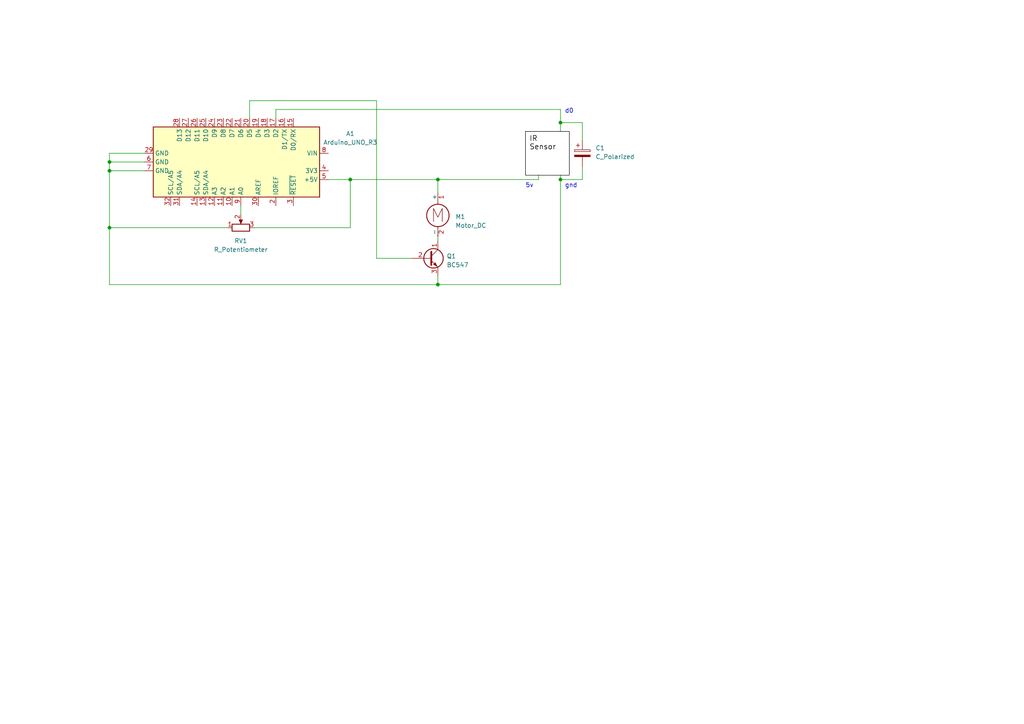
<source format=kicad_sch>
(kicad_sch (version 20230121) (generator eeschema)
  (paper "A4")
  (lib_symbols
    (symbol "Device:C_Polarized" (pin_numbers hide) (pin_names (offset 0.254))
      (property "Reference" "C" (at 0.635 2.54 0))
      (property "Value" "C_Polarized" (at 0.635 -2.54 0))
      (symbol "C_Polarized_0_1"
        (rectangle (start -2.286 0.508) (end 2.286 1.016))
        (polyline (pts (xy -1.778 2.286) (xy -0.762 2.286)))
        (polyline (pts (xy -1.27 2.794) (xy -1.27 1.778)))
        (rectangle (start 2.286 -0.508) (end -2.286 -1.016) (fill (type outline)))
      )
      (symbol "C_Polarized_1_1"
        (pin passive line (at 0 3.81 270) (length 2.794) (name "~") (number "1"))
        (pin passive line (at 0 -3.81 90) (length 2.794) (name "~") (number "2"))
      )
    )
    (symbol "Device:R_Potentiometer" (pin_names (offset 1.016) hide)
      (property "Reference" "RV" (at -4.445 0 90))
      (property "Value" "R_Potentiometer" (at -2.54 0 90))
      (symbol "R_Potentiometer_0_1"
        (polyline (pts (xy 2.54 0) (xy 1.524 0)))
        (polyline (pts (xy 1.143 0) (xy 2.286 0.508) (xy 2.286 -0.508) (xy 1.143 0)) (fill (type outline)))
        (rectangle (start 1.016 2.54) (end -1.016 -2.54) (stroke (width 0.254)))
      )
      (symbol "R_Potentiometer_1_1"
        (pin passive line (at 0 3.81 270) (length 1.27) (name "1") (number "1"))
        (pin passive line (at 3.81 0 180) (length 1.27) (name "2") (number "2"))
        (pin passive line (at 0 -3.81 90) (length 1.27) (name "3") (number "3"))
      )
    )
    (symbol "MCU_Module:Arduino_UNO_R3"
      (property "Reference" "A" (at -10.16 23.495 0))
      (property "Value" "Arduino_UNO_R3" (at 5.08 -26.67 0))
      (symbol "Arduino_UNO_R3_0_1"
        (rectangle (start -10.16 22.86) (end 10.16 -25.4) (stroke (width 0.254)) (fill (type background)))
      )
      (symbol "Arduino_UNO_R3_1_1"
        (pin no_connect line (at -10.16 -20.32 0) (length 2.54) hide (name "NC") (number "1"))
        (pin bidirectional line (at 12.7 -2.54 180) (length 2.54) (name "A1") (number "10"))
        (pin bidirectional line (at 12.7 -5.08 180) (length 2.54) (name "A2") (number "11"))
        (pin bidirectional line (at 12.7 -7.62 180) (length 2.54) (name "A3") (number "12"))
        (pin bidirectional line (at 12.7 -10.16 180) (length 2.54) (name "SDA/A4") (number "13"))
        (pin bidirectional line (at 12.7 -12.7 180) (length 2.54) (name "SCL/A5") (number "14"))
        (pin bidirectional line (at -12.7 15.24 0) (length 2.54) (name "D0/RX") (number "15"))
        (pin bidirectional line (at -12.7 12.7 0) (length 2.54) (name "D1/TX") (number "16"))
        (pin bidirectional line (at -12.7 10.16 0) (length 2.54) (name "D2") (number "17"))
        (pin bidirectional line (at -12.7 7.62 0) (length 2.54) (name "D3") (number "18"))
        (pin bidirectional line (at -12.7 5.08 0) (length 2.54) (name "D4") (number "19"))
        (pin output line (at 12.7 10.16 180) (length 2.54) (name "IOREF") (number "2"))
        (pin bidirectional line (at -12.7 2.54 0) (length 2.54) (name "D5") (number "20"))
        (pin bidirectional line (at -12.7 0 0) (length 2.54) (name "D6") (number "21"))
        (pin bidirectional line (at -12.7 -2.54 0) (length 2.54) (name "D7") (number "22"))
        (pin bidirectional line (at -12.7 -5.08 0) (length 2.54) (name "D8") (number "23"))
        (pin bidirectional line (at -12.7 -7.62 0) (length 2.54) (name "D9") (number "24"))
        (pin bidirectional line (at -12.7 -10.16 0) (length 2.54) (name "D10") (number "25"))
        (pin bidirectional line (at -12.7 -12.7 0) (length 2.54) (name "D11") (number "26"))
        (pin bidirectional line (at -12.7 -15.24 0) (length 2.54) (name "D12") (number "27"))
        (pin bidirectional line (at -12.7 -17.78 0) (length 2.54) (name "D13") (number "28"))
        (pin power_in line (at -2.54 -27.94 90) (length 2.54) (name "GND") (number "29"))
        (pin input line (at 12.7 15.24 180) (length 2.54) (name "~{RESET}") (number "3"))
        (pin input line (at 12.7 5.08 180) (length 2.54) (name "AREF") (number "30"))
        (pin bidirectional line (at 12.7 -17.78 180) (length 2.54) (name "SDA/A4") (number "31"))
        (pin bidirectional line (at 12.7 -20.32 180) (length 2.54) (name "SCL/A5") (number "32"))
        (pin power_out line (at 2.54 25.4 270) (length 2.54) (name "3V3") (number "4"))
        (pin power_out line (at 5.08 25.4 270) (length 2.54) (name "+5V") (number "5"))
        (pin power_in line (at 0 -27.94 90) (length 2.54) (name "GND") (number "6"))
        (pin power_in line (at 2.54 -27.94 90) (length 2.54) (name "GND") (number "7"))
        (pin power_in line (at -2.54 25.4 270) (length 2.54) (name "VIN") (number "8"))
        (pin bidirectional line (at 12.7 0 180) (length 2.54) (name "A0") (number "9"))
      )
    )
    (symbol "Motor:Motor_DC" (pin_names (offset 0))
      (property "Reference" "M" (at 2.54 2.54 0))
      (property "Value" "Motor_DC" (at 2.54 -5.08 0))
      (symbol "Motor_DC_0_0"
        (polyline (pts (xy -1.27 -3.302) (xy -1.27 0.508) (xy 0 -2.032) (xy 1.27 0.508) (xy 1.27 -3.302)))
      )
      (symbol "Motor_DC_0_1"
        (circle (center 0 -1.524) (radius 3.2512) (stroke (width 0.254)))
        (polyline (pts (xy 0 -7.62) (xy 0 -7.112)))
        (polyline (pts (xy 0 -4.7752) (xy 0 -5.1816)))
        (polyline (pts (xy 0 1.7272) (xy 0 2.0828)))
        (polyline (pts (xy 0 2.032) (xy 0 2.54)))
      )
      (symbol "Motor_DC_1_1"
        (pin passive line (at 0 5.08 270) (length 2.54) (name "+") (number "1"))
        (pin passive line (at 0 -7.62 90) (length 2.54) (name "-") (number "2"))
      )
    )
    (symbol "Transistor_BJT:BC547" (pin_names (offset 0) hide)
      (property "Reference" "Q" (at 5.08 1.905 0))
      (property "Value" "BC547" (at 5.08 0 0))
      (symbol "BC547_0_1"
        (polyline (pts (xy 0 0) (xy 0.635 0)))
        (polyline (pts (xy 0.635 0.635) (xy 2.54 2.54)))
        (polyline (pts (xy 0.635 -0.635) (xy 2.54 -2.54) (xy 2.54 -2.54)))
        (polyline (pts (xy 0.635 1.905) (xy 0.635 -1.905) (xy 0.635 -1.905)) (stroke (width 0.508)))
        (polyline (pts (xy 1.27 -1.778) (xy 1.778 -1.27) (xy 2.286 -2.286) (xy 1.27 -1.778) (xy 1.27 -1.778)) (fill (type outline)))
        (circle (center 1.27 0) (radius 2.8194) (stroke (width 0.254)))
      )
      (symbol "BC547_1_1"
        (pin passive line (at 2.54 5.08 270) (length 2.54) (name "C") (number "1"))
        (pin input line (at -5.08 0 0) (length 5.08) (name "B") (number "2"))
        (pin passive line (at 2.54 -5.08 90) (length 2.54) (name "E") (number "3"))
      )
    )
  )
  (junction (at 101.6 52.07))
  (junction (at 31.75 49.53))
  (junction (at 31.75 46.99))
  (junction (at 31.75 66.04))
  (junction (at 127 82.55))
  (junction (at 162.56 35.56))
  (junction (at 127 52.07))
  (junction (at 162.56 52.07))
  (wire (pts (xy 101.6 66.04) (xy 73.66 66.04)))
  (wire (pts (xy 168.91 40.64) (xy 168.91 35.56)))
  (wire (pts (xy 80.01 31.75) (xy 162.56 31.75)))
  (wire (pts (xy 101.6 52.07) (xy 101.6 66.04)))
  (wire (pts (xy 41.91 44.45) (xy 31.75 44.45)))
  (wire (pts (xy 31.75 44.45) (xy 31.75 46.99)))
  (wire (pts (xy 31.75 46.99) (xy 31.75 49.53)))
  (wire (pts (xy 156.21 50.8) (xy 156.21 52.07)))
  (wire (pts (xy 72.39 34.29) (xy 72.39 29.21)))
  (wire (pts (xy 31.75 49.53) (xy 31.75 66.04)))
  (wire (pts (xy 162.56 31.75) (xy 162.56 35.56)))
  (wire (pts (xy 31.75 66.04) (xy 31.75 82.55)))
  (wire (pts (xy 127 80.01) (xy 127 82.55)))
  (wire (pts (xy 127 55.88) (xy 127 52.07)))
  (wire (pts (xy 162.56 35.56) (xy 162.56 38.1)))
  (wire (pts (xy 31.75 66.04) (xy 66.04 66.04)))
  (wire (pts (xy 31.75 46.99) (xy 41.91 46.99)))
  (wire (pts (xy 127 82.55) (xy 162.56 82.55)))
  (wire (pts (xy 101.6 52.07) (xy 127 52.07)))
  (wire (pts (xy 162.56 52.07) (xy 162.56 82.55)))
  (wire (pts (xy 31.75 82.55) (xy 127 82.55)))
  (wire (pts (xy 127 52.07) (xy 156.21 52.07)))
  (wire (pts (xy 69.85 62.23) (xy 69.85 59.69)))
  (wire (pts (xy 168.91 48.26) (xy 168.91 52.07)))
  (wire (pts (xy 109.22 29.21) (xy 109.22 74.93)))
  (wire (pts (xy 95.25 52.07) (xy 101.6 52.07)))
  (wire (pts (xy 109.22 74.93) (xy 119.38 74.93)))
  (wire (pts (xy 41.91 49.53) (xy 31.75 49.53)))
  (wire (pts (xy 168.91 35.56) (xy 162.56 35.56)))
  (wire (pts (xy 127 69.85) (xy 127 68.58)))
  (wire (pts (xy 80.01 34.29) (xy 80.01 31.75)))
  (wire (pts (xy 162.56 50.8) (xy 162.56 52.07)))
  (wire (pts (xy 72.39 29.21) (xy 109.22 29.21)))
  (wire (pts (xy 168.91 52.07) (xy 162.56 52.07)))
  (text_box "IR Sensor" (at 152.4 38.1 0) (size 12.7 12.7) (stroke (width 0) (color 0 0 0 1)) (fill (type color) (color 255 255 255 1)) (effects (font (size 1.5 1.5)) (justify left top)))
  (text "5v\n" (at 152.4 54.61 0) (effects (font (size 1.27 1.27)) (justify left bottom)))
  (text "d0\n" (at 163.83 33.02 0) (effects (font (size 1.27 1.27)) (justify left bottom)))
  (text "gnd\n" (at 163.83 54.61 0) (effects (font (size 1.27 1.27)) (justify left bottom)))
  (symbol (lib_id "Device:C_Polarized") (at 168.91 44.45 0) (unit 1)
    (property "Reference" "C1" (at 172.72 42.926 0) (effects (justify left)))
    (property "Value" "C_Polarized" (at 172.72 45.466 0) (effects (justify left)))
  )
  (symbol (lib_id "Device:R_Potentiometer") (at 69.85 66.04 90) (unit 1)
    (property "Reference" "RV1" (at 69.85 69.85 90))
    (property "Value" "R_Potentiometer" (at 69.85 72.39 90))
  )
  (symbol (lib_id "MCU_Module:Arduino_UNO_R3") (at 69.85 46.99 270) (unit 1)
    (property "Reference" "A1" (at 101.6 38.7603 90))
    (property "Value" "Arduino_UNO_R3" (at 101.6 41.3003 90))
    (property "Footprint" "Module:Arduino_UNO_R3" (effects hide))
    (property "Datasheet" "https://www.arduino.cc/en/Main/arduinoBoardUno" (effects hide))
  )
  (symbol (lib_id "Motor:Motor_DC") (at 127 60.96 0) (unit 1)
    (property "Reference" "M1" (at 132.08 62.865 0) (effects (justify left)))
    (property "Value" "Motor_DC" (at 132.08 65.405 0) (effects (justify left)))
  )
  (symbol (lib_id "Transistor_BJT:BC547") (at 124.46 74.93 0) (unit 1)
    (property "Reference" "Q1" (at 129.54 74.295 0) (effects (justify left)))
    (property "Value" "BC547" (at 129.54 76.835 0) (effects (justify left)))
    (property "Footprint" "Package_TO_SOT_THT:TO-92_Inline" (effects hide))
    (property "Datasheet" "https://www.onsemi.com/pub/Collateral/BC550-D.pdf" (effects hide))
  )
)
</source>
